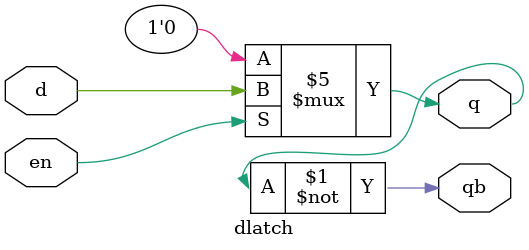
<source format=v>
module dlatch(input d,en,output reg q,output qb);
assign qb=~q;
always @(*)
begin
if(!en)
q<=0;
else
q<=d;
end
endmodule


</source>
